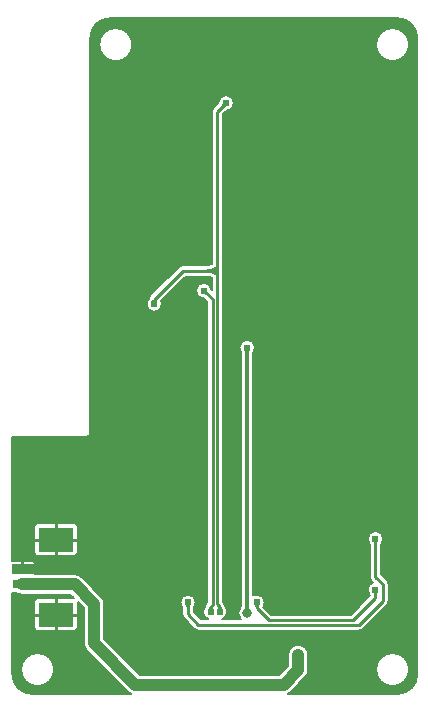
<source format=gbl>
G04 Layer: BottomLayer*
G04 EasyEDA Pro v2.1.64.d1969c9c.217bcf, 2024-11-09 23:40:01*
G04 Gerber Generator version 0.3*
G04 Scale: 100 percent, Rotated: No, Reflected: No*
G04 Dimensions in millimeters*
G04 Leading zeros omitted, absolute positions, 3 integers and 5 decimals*
%FSLAX35Y35*%
%MOMM*%
%ADD8191C,0.2032*%
%ADD10C,0.254*%
%ADD11R,2.99999X2.1*%
%ADD12R,1.6X0.8*%
%ADD13C,0.61*%
%ADD14C,0.8*%
%ADD15C,0.6115*%
%ADD16C,0.6096*%
%ADD17C,0.2554*%
%ADD18C,1.0*%
%ADD19C,0.3*%
G75*


G04 Copper Start*
G36*
G01X2214188Y-5358674D02*
G02X2050002Y-5522860I-164186J0D01*
G01X1119728D01*
G03X1142710Y-5506450I-37698J77090D01*
G01X1267180Y-5381980D01*
G03X1292314Y-5321300I-60680J60680D01*
G01Y-5277696D01*
G01Y-5194300D01*
G03X1206500Y-5108486I-85814J0D01*
G03X1120686Y-5194300I0J-85814D01*
G01Y-5277696D01*
G01Y-5285755D01*
G01X1046485Y-5359956D01*
G01X-135943D01*
G01X-434886Y-5061013D01*
G01Y-4762500D01*
G03X-460020Y-4701820I-85814J0D01*
G01X-626111Y-4535730D01*
G03X-686791Y-4510595I-60680J-60680D01*
G01X-1019782D01*
G01Y-4431391D01*
G03X-1055596Y-4395577I-35814J0D01*
G01X-1214548D01*
G01X-1214945Y-3348923D01*
G01X-590372D01*
G03X-554558Y-3313109I0J35814D01*
G01Y-287262D01*
G01Y25117D01*
G03X-553784Y32526I-35039J7409D01*
G02X-389598Y196712I164186J0D01*
G01X2050002D01*
G02X2214188Y32526I0J-164186D01*
G01Y-5358674D01*
G37*
%LPC*%
G36*
G01X327773Y-4973063D02*
G03X362128Y-4987293I34354J34354D01*
G01X1721028D01*
G03X1755382Y-4973063I0J48584D01*
G01X1958582Y-4769863D01*
G03X1972812Y-4735509I-34354J34354D01*
G01Y-4595809D01*
G03X1958582Y-4561455I-48584J0D01*
G01X1909312Y-4512185D01*
G01Y-4254909D01*
G01X1909455Y-4254705D01*
G01X1910260Y-4253693D01*
G01X1910638Y-4253254D01*
G03X1927042Y-4209590I-49910J43664D01*
G03X1860728Y-4143276I-66314J0D01*
G03X1794413Y-4209590I0J-66314D01*
G03X1810638Y-4253048I66314J0D01*
G01X1811677Y-4254288D01*
G01X1812144Y-4254909D01*
G01Y-4532309D01*
G03X1826373Y-4566663I48584J0D01*
G01X1838591Y-4578880D01*
G03X1794413Y-4641390I22137J-62510D01*
G03X1810638Y-4684848I66314J0D01*
G01X1811677Y-4686088D01*
G01X1812144Y-4686709D01*
G01Y-4689985D01*
G01X1650103Y-4852025D01*
G01X979152D01*
G01X912410Y-4785283D01*
G03X923742Y-4748209I-54982J37074D01*
G03X857428Y-4681895I-66314J0D01*
G03X825514Y-4690079I0J-66314D01*
G01Y-2634050D01*
G01X825747Y-2633342D01*
G01X825939Y-2632865D01*
G03X840994Y-2590800I-51239J42065D01*
G03X774700Y-2524506I-66294J0D01*
G03X708406Y-2590800I0J-66294D01*
G03X723461Y-2632865I66294J0D01*
G01X723653Y-2633342D01*
G01X723886Y-2634050D01*
G01Y-4781367D01*
G01X723417Y-4782004D01*
G01X717610Y-4788815D01*
G03X698886Y-4838700I57090J-49885D01*
G03X718993Y-4890125I75814J0D01*
G01X560789D01*
G03X607009Y-4826928I-20094J63196D01*
G03X590943Y-4783653I-66314J0D01*
G01X589209Y-4781536D01*
G01X589156Y-4781462D01*
G03X574999Y-4749423I-48461J-2266D01*
G01X571429Y-4745853D01*
G01Y-1938789D01*
G01Y-614781D01*
G01X599108Y-587101D01*
G01X601831Y-586831D01*
G03X663214Y-520700I-4931J66131D01*
G03X596900Y-454386I-66314J0D01*
G03X530769Y-515769I0J-66314D01*
G01X530499Y-518492D01*
G01X488610Y-560381D01*
G03X474401Y-594685I34305J-34305D01*
G01Y-1883564D01*
G02X434015Y-1892995I-40386J81755D01*
G01X230191D01*
G03X195887Y-1907204I0J-48514D01*
G01X-47005Y-2150095D01*
G03X-60581Y-2176587I34305J-34305D01*
G01X-62010Y-2178189D01*
G01X-62420Y-2178651D01*
G03X-78994Y-2222500I49721J-43849D01*
G03X-12700Y-2288794I66294J0D01*
G03X53594Y-2222500I0J66294D01*
G03X46880Y-2193429I-66294J0D01*
G01X250286Y-1990023D01*
G01X434015D01*
G02X474401Y-1999454I0J-91186D01*
G01Y-2107591D01*
G01X472801Y-2105992D01*
G01X472531Y-2103269D01*
G03X406400Y-2041886I-66131J-4931D01*
G03X340086Y-2108200I0J-66314D01*
G03X401469Y-2174331I66314J0D01*
G01X404192Y-2174601D01*
G01X433761Y-2204170D01*
G01Y-4745853D01*
G01X430190Y-4749424D01*
G03X416034Y-4781462I34305J-34305D01*
G01X415981Y-4781536D01*
G01X414247Y-4783653D01*
G03X398181Y-4826928I50248J-43275D01*
G03X444400Y-4890125I66314J0D01*
G01X382252D01*
G01X321812Y-4829685D01*
G01Y-4793527D01*
G01X321955Y-4793324D01*
G01X322760Y-4792311D01*
G01X323138Y-4791873D01*
G03X339542Y-4748209I-49910J43664D01*
G03X273228Y-4681895I-66314J0D01*
G03X206913Y-4748209I0J-66314D01*
G03X223138Y-4791667I66314J0D01*
G01X224177Y-4792906D01*
G01X224644Y-4793527D01*
G01Y-4849809D01*
G03X238873Y-4884163I48584J0D01*
G01X327773Y-4973063D01*
G37*
G36*
G01X-1031418Y-4321400D02*
G03X-995604Y-4357214I35814J0D01*
G01X-695604D01*
G03X-659790Y-4321400I0J35814D01*
G01Y-4111400D01*
G03X-695604Y-4075586I-35814J0D01*
G01X-995604D01*
G03X-1031418Y-4111400I0J-35814D01*
G01Y-4321400D01*
G37*
G36*
G01X2005202Y-5458288D02*
G03X2146016Y-5317474I0J140814D01*
G03X2005202Y-5176660I-140814J0D01*
G03X1864388Y-5317474I0J-140814D01*
G03X2005202Y-5458288I140814J0D01*
G37*
G36*
G01X-338098Y-167088D02*
G03X-197284Y-26274I0J140814D01*
G03X-338098Y114540I-140814J0D01*
G03X-478912Y-26274I0J-140814D01*
G03X-338098Y-167088I140814J0D01*
G37*
G36*
G01X1864388Y-26274D02*
G03X2005202Y-167088I140814J0D01*
G03X2146016Y-26274I0J140814D01*
G03X2005202Y114540I-140814J0D01*
G03X1864388Y-26274I0J-140814D01*
G37*
%LPD*%
G36*
G01X-232168Y-5506450D02*
G03X-209187Y-5522860I60680J60680D01*
G01X-1049998D01*
G02X-1214184Y-5358674I0J164186D01*
G01Y-5358660D01*
G01X-1214444Y-4672223D01*
G01X-1175799D01*
G03X-1135596Y-4682223I40203J75814D01*
G01X-722336D01*
G01X-693934Y-4710625D01*
G01X-695604Y-4710586D01*
G01X-995604D01*
G03X-1031418Y-4746400I0J-35814D01*
G01Y-4956400D01*
G03X-995604Y-4992214I35814J0D01*
G01X-695604D01*
G03X-659790Y-4956400I0J35814D01*
G01Y-4746400D01*
G01X-659829Y-4744730D01*
G01X-606514Y-4798045D01*
G01Y-5096559D01*
G03X-581380Y-5157238I85814J0D01*
G01X-232168Y-5506450D01*
G37*
%LPC*%
G36*
G01X-1140812Y-5317474D02*
G03X-999998Y-5458288I140814J0D01*
G03X-859184Y-5317474I0J140814D01*
G03X-999998Y-5176660I-140814J0D01*
G03X-1140812Y-5317474I0J-140814D01*
G37*
%LPD*%
G54D8191*
G01X2214188Y-5358674D02*
G02X2050002Y-5522860I-164186J0D01*
G01X1119728D01*
G03X1142710Y-5506450I-37698J77090D01*
G01X1267180Y-5381980D01*
G03X1292314Y-5321300I-60680J60680D01*
G01Y-5277696D01*
G01Y-5194300D01*
G03X1206500Y-5108486I-85814J0D01*
G03X1120686Y-5194300I0J-85814D01*
G01Y-5277696D01*
G01Y-5285755D01*
G01X1046485Y-5359956D01*
G01X-135943D01*
G01X-434886Y-5061013D01*
G01Y-4762500D01*
G03X-460020Y-4701820I-85814J0D01*
G01X-626111Y-4535730D01*
G03X-686791Y-4510595I-60680J-60680D01*
G01X-1019782D01*
G01Y-4431391D01*
G03X-1055596Y-4395577I-35814J0D01*
G01X-1214548D01*
G01X-1214945Y-3348923D01*
G01X-590372D01*
G03X-554558Y-3313109I0J35814D01*
G01Y-287262D01*
G01Y25117D01*
G03X-553784Y32526I-35039J7409D01*
G02X-389598Y196712I164186J0D01*
G01X2050002D01*
G02X2214188Y32526I0J-164186D01*
G01Y-5358674D01*
G01X327773Y-4973063D02*
G03X362128Y-4987293I34354J34354D01*
G01X1721028D01*
G03X1755382Y-4973063I0J48584D01*
G01X1958582Y-4769863D01*
G03X1972812Y-4735509I-34354J34354D01*
G01Y-4595809D01*
G03X1958582Y-4561455I-48584J0D01*
G01X1909312Y-4512185D01*
G01Y-4254909D01*
G01X1909455Y-4254705D01*
G01X1910260Y-4253693D01*
G01X1910638Y-4253254D01*
G03X1927042Y-4209590I-49910J43664D01*
G03X1860728Y-4143276I-66314J0D01*
G03X1794413Y-4209590I0J-66314D01*
G03X1810638Y-4253048I66314J0D01*
G01X1811677Y-4254288D01*
G01X1812144Y-4254909D01*
G01Y-4532309D01*
G03X1826373Y-4566663I48584J0D01*
G01X1838591Y-4578880D01*
G03X1794413Y-4641390I22137J-62510D01*
G03X1810638Y-4684848I66314J0D01*
G01X1811677Y-4686088D01*
G01X1812144Y-4686709D01*
G01Y-4689985D01*
G01X1650103Y-4852025D01*
G01X979152D01*
G01X912410Y-4785283D01*
G03X923742Y-4748209I-54982J37074D01*
G03X857428Y-4681895I-66314J0D01*
G03X825514Y-4690079I0J-66314D01*
G01Y-2634050D01*
G01X825747Y-2633342D01*
G01X825939Y-2632865D01*
G03X840994Y-2590800I-51239J42065D01*
G03X774700Y-2524506I-66294J0D01*
G03X708406Y-2590800I0J-66294D01*
G03X723461Y-2632865I66294J0D01*
G01X723653Y-2633342D01*
G01X723886Y-2634050D01*
G01Y-4781367D01*
G01X723417Y-4782004D01*
G01X717610Y-4788815D01*
G03X698886Y-4838700I57090J-49885D01*
G03X718993Y-4890125I75814J0D01*
G01X560789D01*
G03X607009Y-4826928I-20094J63196D01*
G03X590943Y-4783653I-66314J0D01*
G01X589209Y-4781536D01*
G01X589156Y-4781462D01*
G03X574999Y-4749423I-48461J-2266D01*
G01X571429Y-4745853D01*
G01Y-1938789D01*
G01Y-614781D01*
G01X599108Y-587101D01*
G01X601831Y-586831D01*
G03X663214Y-520700I-4931J66131D01*
G03X596900Y-454386I-66314J0D01*
G03X530769Y-515769I0J-66314D01*
G01X530499Y-518492D01*
G01X488610Y-560381D01*
G03X474401Y-594685I34305J-34305D01*
G01Y-1883564D01*
G02X434015Y-1892995I-40386J81755D01*
G01X230191D01*
G03X195887Y-1907204I0J-48514D01*
G01X-47005Y-2150095D01*
G03X-60581Y-2176587I34305J-34305D01*
G01X-62010Y-2178189D01*
G01X-62420Y-2178651D01*
G03X-78994Y-2222500I49721J-43849D01*
G03X-12700Y-2288794I66294J0D01*
G03X53594Y-2222500I0J66294D01*
G03X46880Y-2193429I-66294J0D01*
G01X250286Y-1990023D01*
G01X434015D01*
G02X474401Y-1999454I0J-91186D01*
G01Y-2107591D01*
G01X472801Y-2105992D01*
G01X472531Y-2103269D01*
G03X406400Y-2041886I-66131J-4931D01*
G03X340086Y-2108200I0J-66314D01*
G03X401469Y-2174331I66314J0D01*
G01X404192Y-2174601D01*
G01X433761Y-2204170D01*
G01Y-4745853D01*
G01X430190Y-4749424D01*
G03X416034Y-4781462I34305J-34305D01*
G01X415981Y-4781536D01*
G01X414247Y-4783653D01*
G03X398181Y-4826928I50248J-43275D01*
G03X444400Y-4890125I66314J0D01*
G01X382252D01*
G01X321812Y-4829685D01*
G01Y-4793527D01*
G01X321955Y-4793324D01*
G01X322760Y-4792311D01*
G01X323138Y-4791873D01*
G03X339542Y-4748209I-49910J43664D01*
G03X273228Y-4681895I-66314J0D01*
G03X206913Y-4748209I0J-66314D01*
G03X223138Y-4791667I66314J0D01*
G01X224177Y-4792906D01*
G01X224644Y-4793527D01*
G01Y-4849809D01*
G03X238873Y-4884163I48584J0D01*
G01X327773Y-4973063D01*
G01X-1031418Y-4321400D02*
G03X-995604Y-4357214I35814J0D01*
G01X-695604D01*
G03X-659790Y-4321400I0J35814D01*
G01Y-4111400D01*
G03X-695604Y-4075586I-35814J0D01*
G01X-995604D01*
G03X-1031418Y-4111400I0J-35814D01*
G01Y-4321400D01*
G01X2005202Y-5458288D02*
G03X2146016Y-5317474I0J140814D01*
G03X2005202Y-5176660I-140814J0D01*
G03X1864388Y-5317474I0J-140814D01*
G03X2005202Y-5458288I140814J0D01*
G01X-338098Y-167088D02*
G03X-197284Y-26274I0J140814D01*
G03X-338098Y114540I-140814J0D01*
G03X-478912Y-26274I0J-140814D01*
G03X-338098Y-167088I140814J0D01*
G01X1864388Y-26274D02*
G03X2005202Y-167088I140814J0D01*
G03X2146016Y-26274I0J140814D01*
G03X2005202Y114540I-140814J0D01*
G03X1864388Y-26274I0J-140814D01*
G01X-232168Y-5506450D02*
G03X-209187Y-5522860I60680J60680D01*
G01X-1049998D01*
G02X-1214184Y-5358674I0J164186D01*
G01Y-5358660D01*
G01X-1214444Y-4672223D01*
G01X-1175799D01*
G03X-1135596Y-4682223I40203J75814D01*
G01X-722336D01*
G01X-693934Y-4710625D01*
G01X-695604Y-4710586D01*
G01X-995604D01*
G03X-1031418Y-4746400I0J-35814D01*
G01Y-4956400D01*
G03X-995604Y-4992214I35814J0D01*
G01X-695604D01*
G03X-659790Y-4956400I0J35814D01*
G01Y-4746400D01*
G01X-659829Y-4744730D01*
G01X-606514Y-4798045D01*
G01Y-5096559D01*
G03X-581380Y-5157238I85814J0D01*
G01X-232168Y-5506450D01*
G01X-1140812Y-5317474D02*
G03X-999998Y-5458288I140814J0D01*
G03X-859184Y-5317474I0J140814D01*
G03X-999998Y-5176660I-140814J0D01*
G03X-1140812Y-5317474I0J-140814D01*
G54D10*
G01X-1135596Y-4471391D02*
G01X-1135596Y-4405483D01*
G01X-1135596Y-4471391D02*
G01X-1029688Y-4471391D01*
G01X-845604Y-4851400D02*
G01X-845604Y-4720492D01*
G01X-845604Y-4851400D02*
G01X-845604Y-4982308D01*
G01X-845604Y-4851400D02*
G01X-669696Y-4851400D01*
G01X-845604Y-4851400D02*
G01X-1021512Y-4851400D01*
G01X-845604Y-4216400D02*
G01X-845604Y-4085492D01*
G01X-845604Y-4216400D02*
G01X-845604Y-4347308D01*
G01X-845604Y-4216400D02*
G01X-669696Y-4216400D01*
G01X-845604Y-4216400D02*
G01X-1021512Y-4216400D01*
G04 Copper End*

G04 Rect Start*
G36*
G01X-1219200Y-4419600D02*
G01X-1219200Y-4508500D01*
G01X-889000D01*
G01Y-4419600D01*
G01X-1219200D01*
G37*
G04 Rect End*

G04 Tear Start*
G36*
G01X553395Y-4785404D02*
G01X527995Y-4785404D01*
G01X527937Y-4786848D01*
G01X527766Y-4788294D01*
G01X527492Y-4789737D01*
G01X527120Y-4791174D01*
G01X526660Y-4792603D01*
G01X525500Y-4795419D01*
G01X524071Y-4798159D01*
G01X522434Y-4800796D01*
G01X520648Y-4803301D01*
G01X517820Y-4806754D01*
G01X563570D01*
G01X560742Y-4803301D01*
G01X558956Y-4800796D01*
G01X557319Y-4798159D01*
G01X555890Y-4795419D01*
G01X554730Y-4792603D01*
G01X554269Y-4791174D01*
G01X553898Y-4789737D01*
G01X553623Y-4788294D01*
G01X553453Y-4786848D01*
G01X553395Y-4785404D01*
G37*
G36*
G01X477195Y-4785404D02*
G01X451795Y-4785404D01*
G01X451736Y-4786848D01*
G01X451566Y-4788294D01*
G01X451292Y-4789737D01*
G01X450920Y-4791174D01*
G01X450459Y-4792603D01*
G01X449299Y-4795419D01*
G01X447871Y-4798159D01*
G01X446234Y-4800796D01*
G01X444448Y-4803301D01*
G01X441620Y-4806754D01*
G01X487370D01*
G01X484541Y-4803301D01*
G01X482755Y-4800796D01*
G01X481118Y-4798159D01*
G01X479690Y-4795419D01*
G01X478530Y-4792603D01*
G01X478069Y-4791174D01*
G01X477698Y-4789737D01*
G01X477423Y-4788294D01*
G01X477253Y-4786848D01*
G01X477195Y-4785404D01*
G37*
G36*
G01X426782Y-2146542D02*
G01X444742Y-2128582D01*
G01X443762Y-2127519D01*
G01X442861Y-2126377D01*
G01X442035Y-2125163D01*
G01X441281Y-2123884D01*
G01X440596Y-2122548D01*
G01X439425Y-2119736D01*
G01X438498Y-2116788D01*
G01X437791Y-2113766D01*
G01X437282Y-2110732D01*
G01X436840Y-2106290D01*
G01X404490Y-2138640D01*
G01X408932Y-2139082D01*
G01X411966Y-2139591D01*
G01X414988Y-2140298D01*
G01X417936Y-2141225D01*
G01X420748Y-2142396D01*
G01X422084Y-2143081D01*
G01X423363Y-2143835D01*
G01X424577Y-2144661D01*
G01X425719Y-2145562D01*
G01X426782Y-2146542D01*
G37*
G36*
G01X558558Y-541082D02*
G01X576518Y-559042D01*
G01X577581Y-558062D01*
G01X578723Y-557161D01*
G01X579937Y-556335D01*
G01X581216Y-555581D01*
G01X582552Y-554896D01*
G01X585364Y-553725D01*
G01X588312Y-552798D01*
G01X591334Y-552091D01*
G01X594368Y-551582D01*
G01X598810Y-551140D01*
G01X566460Y-518790D01*
G01X566018Y-523232D01*
G01X565509Y-526266D01*
G01X564802Y-529288D01*
G01X563875Y-532236D01*
G01X562704Y-535048D01*
G01X562019Y-536384D01*
G01X561265Y-537663D01*
G01X560439Y-538877D01*
G01X559538Y-540019D01*
G01X558558Y-541082D01*
G37*
G36*
G01X1847958Y-4682914D02*
G01X1873498Y-4682914D01*
G01X1873555Y-4681479D01*
G01X1873724Y-4680039D01*
G01X1873997Y-4678598D01*
G01X1874366Y-4677161D01*
G01X1874824Y-4675731D01*
G01X1875976Y-4672909D01*
G01X1877394Y-4670160D01*
G01X1879020Y-4667516D01*
G01X1880794Y-4665007D01*
G01X1882656Y-4662664D01*
G01X1883603Y-4661564D01*
G01X1837852D01*
G01X1839737Y-4663813D01*
G01X1841563Y-4666243D01*
G01X1843270Y-4668823D01*
G01X1844800Y-4671523D01*
G01X1846092Y-4674313D01*
G01X1846632Y-4675731D01*
G01X1847089Y-4677161D01*
G01X1847458Y-4678598D01*
G01X1847731Y-4680039D01*
G01X1847900Y-4681479D01*
G01X1847958Y-4682914D01*
G37*
G36*
G01X844658Y-4789733D02*
G01X870198Y-4789733D01*
G01X870255Y-4788297D01*
G01X870424Y-4786857D01*
G01X870697Y-4785417D01*
G01X871066Y-4783980D01*
G01X871524Y-4782550D01*
G01X872676Y-4779727D01*
G01X874094Y-4776978D01*
G01X875720Y-4774334D01*
G01X877494Y-4771826D01*
G01X879356Y-4769483D01*
G01X880303Y-4768383D01*
G01X834552D01*
G01X836437Y-4770632D01*
G01X838263Y-4773061D01*
G01X839970Y-4775641D01*
G01X841500Y-4778341D01*
G01X842792Y-4781131D01*
G01X843332Y-4782550D01*
G01X843789Y-4783980D01*
G01X844158Y-4785417D01*
G01X844431Y-4786857D01*
G01X844600Y-4788297D01*
G01X844658Y-4789733D01*
G37*
G36*
G01X1847958Y-4251114D02*
G01X1873498Y-4251114D01*
G01X1873555Y-4249679D01*
G01X1873724Y-4248239D01*
G01X1873997Y-4246798D01*
G01X1874366Y-4245361D01*
G01X1874824Y-4243931D01*
G01X1875976Y-4241109D01*
G01X1877394Y-4238360D01*
G01X1879020Y-4235716D01*
G01X1880794Y-4233207D01*
G01X1882656Y-4230864D01*
G01X1883603Y-4229764D01*
G01X1837852D01*
G01X1839737Y-4232013D01*
G01X1841563Y-4234443D01*
G01X1843270Y-4237023D01*
G01X1844800Y-4239723D01*
G01X1846092Y-4242513D01*
G01X1846632Y-4243931D01*
G01X1847089Y-4245361D01*
G01X1847458Y-4246798D01*
G01X1847731Y-4248239D01*
G01X1847900Y-4249679D01*
G01X1847958Y-4251114D01*
G37*
G36*
G01X260458Y-4789733D02*
G01X285998Y-4789733D01*
G01X286055Y-4788297D01*
G01X286224Y-4786857D01*
G01X286497Y-4785417D01*
G01X286866Y-4783980D01*
G01X287324Y-4782550D01*
G01X288476Y-4779727D01*
G01X289894Y-4776978D01*
G01X291520Y-4774334D01*
G01X293294Y-4771826D01*
G01X295156Y-4769483D01*
G01X296103Y-4768383D01*
G01X250352D01*
G01X252237Y-4770632D01*
G01X254063Y-4773061D01*
G01X255770Y-4775641D01*
G01X257300Y-4778341D01*
G01X258592Y-4781131D01*
G01X259132Y-4782550D01*
G01X259589Y-4783980D01*
G01X259958Y-4785417D01*
G01X260231Y-4786857D01*
G01X260400Y-4788297D01*
G01X260458Y-4789733D01*
G37*
G36*
G01X789700Y-4784243D02*
G01X759700Y-4784243D01*
G01X759614Y-4786332D01*
G01X759363Y-4788352D01*
G01X758958Y-4790308D01*
G01X758411Y-4792205D01*
G01X757732Y-4794048D01*
G01X756931Y-4795843D01*
G01X756021Y-4797593D01*
G01X753916Y-4800985D01*
G01X751502Y-4804264D01*
G01X744700Y-4812243D01*
G01X804700D01*
G01X797898Y-4804264D01*
G01X795484Y-4800985D01*
G01X793379Y-4797593D01*
G01X792469Y-4795843D01*
G01X791668Y-4794048D01*
G01X790989Y-4792205D01*
G01X790442Y-4790308D01*
G01X790037Y-4788352D01*
G01X789786Y-4786332D01*
G01X789700Y-4784243D01*
G37*
G36*
G01X759700Y-2632297D02*
G01X789700Y-2632297D01*
G01X789869Y-2629787D01*
G01X790350Y-2626997D01*
G01X791104Y-2624044D01*
G01X792089Y-2621046D01*
G01X793267Y-2618121D01*
G01X794599Y-2615386D01*
G01X796043Y-2612960D01*
G01X797560Y-2610961D01*
G01X751840D01*
G01X753357Y-2612960D01*
G01X754801Y-2615386D01*
G01X756133Y-2618121D01*
G01X757311Y-2621046D01*
G01X758296Y-2624044D01*
G01X759050Y-2626997D01*
G01X759531Y-2629787D01*
G01X759700Y-2632297D01*
G37*
G36*
G01X0Y-2184400D02*
G01X-25400Y-2184400D01*
G01X-25458Y-2185804D01*
G01X-25628Y-2187140D01*
G01X-25902Y-2188414D01*
G01X-26273Y-2189633D01*
G01X-26733Y-2190804D01*
G01X-27275Y-2191932D01*
G01X-27892Y-2193026D01*
G01X-29318Y-2195131D01*
G01X-30953Y-2197173D01*
G01X-35560Y-2202339D01*
G01X10160D01*
G01X5553Y-2197173D01*
G01X3918Y-2195131D01*
G01X2492Y-2193026D01*
G01X1875Y-2191932D01*
G01X1333Y-2190804D01*
G01X873Y-2189633D01*
G01X502Y-2188414D01*
G01X228Y-2187140D01*
G01X58Y-2185804D01*
G01X0Y-2184400D01*
G37*
G36*
G01X434015Y-1954209D02*
G01X434015Y-1928809D01*
G03X510215Y-1903409I0J127000D01*
G01Y-1979609D01*
G03X434015Y-1954209I-76200J-101600D01*
G37*
G04 Tear End*

G04 Pad Start*
G54D11*
G01X-845604Y-4851400D03*
G01X-845604Y-4216400D03*
G54D12*
G01X-1135596Y-4471391D03*
G01X-1135596Y-4596409D03*
G04 Pad End*

G04 Via Start*
G54D13*
G01X540695Y-4826928D03*
G01X464495Y-4826928D03*
G01X406400Y-2108200D03*
G01X596900Y-520700D03*
G01X1860728Y-4641390D03*
G01X857428Y-4748209D03*
G01X1860728Y-4209590D03*
G01X273228Y-4748209D03*
G54D14*
G01X1206500Y-5194300D03*
G01X1206500Y-5277696D03*
G01X774700Y-4838700D03*
G54D16*
G01X774700Y-2590800D03*
G01X-736600Y-5194300D03*
G01X190500Y-4762500D03*
G01X685800Y-4635500D03*
G01X605519Y-4635500D03*
G01X685800Y-4699000D03*
G01X647700Y-4305300D03*
G01X1092200Y-4064000D03*
G01X1117600Y-3530600D03*
G01X876300Y-482600D03*
G01X901700Y-3479800D03*
G01X255009Y-2924180D03*
G01X1879600Y-4965700D03*
G01X977900Y-4699000D03*
G01X687339Y-2924180D03*
G01X1016000Y-3251200D03*
G01X-469900Y-4064000D03*
G01X-393700Y-4800600D03*
G01X-12700Y-2222500D03*
G04 Via End*

G04 Track Start*
G54D10*
G01X540695Y-4826928D02*
G01X540695Y-4783728D01*
G01X522915Y-4765948D01*
G01X464495Y-4783728D02*
G01X464495Y-4826928D01*
G01X482275Y-4765948D02*
G01X464495Y-4783728D01*
G01X406400Y-2108200D02*
G01X482275Y-2184075D01*
G01Y-4765948D01*
G01X596900Y-520700D02*
G01X522915Y-594685D01*
G01X520195Y-1941509D02*
G01X522915Y-1938789D01*
G01X522915Y-594685D02*
G01X522915Y-1938789D01*
G01Y-4765948D01*
G54D17*
G01X1860728Y-4710109D02*
G01X1860728Y-4641390D01*
G01X1670228Y-4900609D02*
G01X1860728Y-4710109D01*
G01X857428Y-4748209D02*
G01X857428Y-4799009D01*
G01X959028Y-4900609D01*
G01X1670228D01*
G01X1860728Y-4209590D02*
G01X1860728Y-4532309D01*
G01X1924228Y-4595809D01*
G01X1924228Y-4735509D02*
G01X1721028Y-4938709D01*
G01X362128D01*
G01X273228Y-4849809D01*
G01Y-4748209D01*
G01X1924228Y-4595809D02*
G01X1924228Y-4735509D01*
G54D18*
G01X1082030Y-5445770D02*
G01X-171488Y-5445770D01*
G01X1206500Y-5321300D02*
G01X1082030Y-5445770D01*
G01X1206500Y-5277696D02*
G01X1206500Y-5321300D01*
G01X1206500Y-5277696D02*
G01X1206500Y-5194300D01*
G54D19*
G01X774700Y-2590800D02*
G01X774700Y-4838700D01*
G54D18*
G01X-171488Y-5445770D02*
G01X-520700Y-5096559D01*
G01Y-4762500D01*
G01X-686791Y-4596409D01*
G01X-1135596D01*
G54D10*
G01X-12700Y-2222500D02*
G01X-12700Y-2184400D01*
G01X230191Y-1941509D01*
G01X520195D01*
G04 Track End*

M02*

</source>
